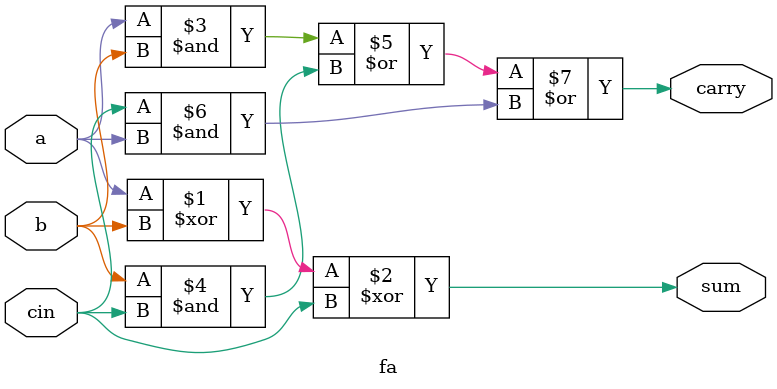
<source format=v>
`timescale 1ns / 1ps

module vedic_multiplier_4bit(
    input [3:0]a,
    input [3:0]b,
    output [8:0]product
    );
    wire [15:0]w;
    wire [7:0]s;
    wire [2:0]c;
    wire [7:0]p;
    wire [3:0]rc2;
    wire [3:0]rc3;
    
    assign p[1:0]= w[1:0];
    assign rc2[1:0]=w[3:2];
    
    vedic_multiplier_2bit v1(a[1:0],b[1:0],w[3:0]);    
    vedic_multiplier_2bit v2(a[1:0],b[3:2],w[7:4]);
    vedic_multiplier_2bit v3(a[3:2],b[1:0],w[11:8]);
    vedic_multiplier_2bit v4(a[3:2],b[3:2],w[15:12]);
    
    ripple_carry_adder rca1(s[3:0],c[0],w[7:4],w[11:8],1'b0);
    
    assign rc2[3:2]=2'b00;
    
    ripple_carry_adder rca2(s[7:4],c[1],s[3:0],rc2[3:0],1'b0);
    
    or(rc3[3],c[0],c[1]);
    assign p[3:2]=s[5:4];
    assign rc3[1:0]=s[7:6];
    assign rc3[2]=1'b0;
    
    ripple_carry_adder rca3(p[7:4],c[2],w[15:12],rc3[3:0],1'b0);
    
    assign product={c[2],p[7:0]};
    
endmodule


module vedic_multiplier_2bit(
    input [1:0] a,
    input [1:0] b,
    output [3:0]product   
    );
    wire [3:0]p;
    wire [3:0]w;
    
    and(p[0],a[0],b[0]);
    and(w[0],a[0],b[1]);
    and(w[1],a[1],b[0]);
    and(w[2],a[1],b[1]);
       
    half_adder adder_1(w[0],w[1],p[1],w[3]);
    half_adder adder_2(w[3],w[2],p[2],p[3]);
    
    assign product={p[3:0]};
    
endmodule

module half_adder(
    input a,b,
    output sum,carry );
    
    assign sum = a ^ b ;
    assign carry = a & b ;
endmodule

module ripple_carry_adder(
    output [3:0] sum,
    output cout,
    input [3:0] a,
    input [3:0] b,
    input cin
);
    wire [3:0] c;
    fa adder1(sum[0], c[0], a[0], b[0], cin);
    fa adder2(sum[1], c[1], a[1], b[1], c[0]);
    fa adder3(sum[2], c[2], a[2], b[2], c[1]);
    fa adder4(sum[3], c[3], a[3], b[3], c[2]);
    assign cout = c[3];
endmodule

module fa(
    output sum, carry,
    input a, b, cin
);
    assign sum = a ^ b ^ cin;
    assign carry = (a & b) | (b & cin) | (cin & a);
endmodule
</source>
